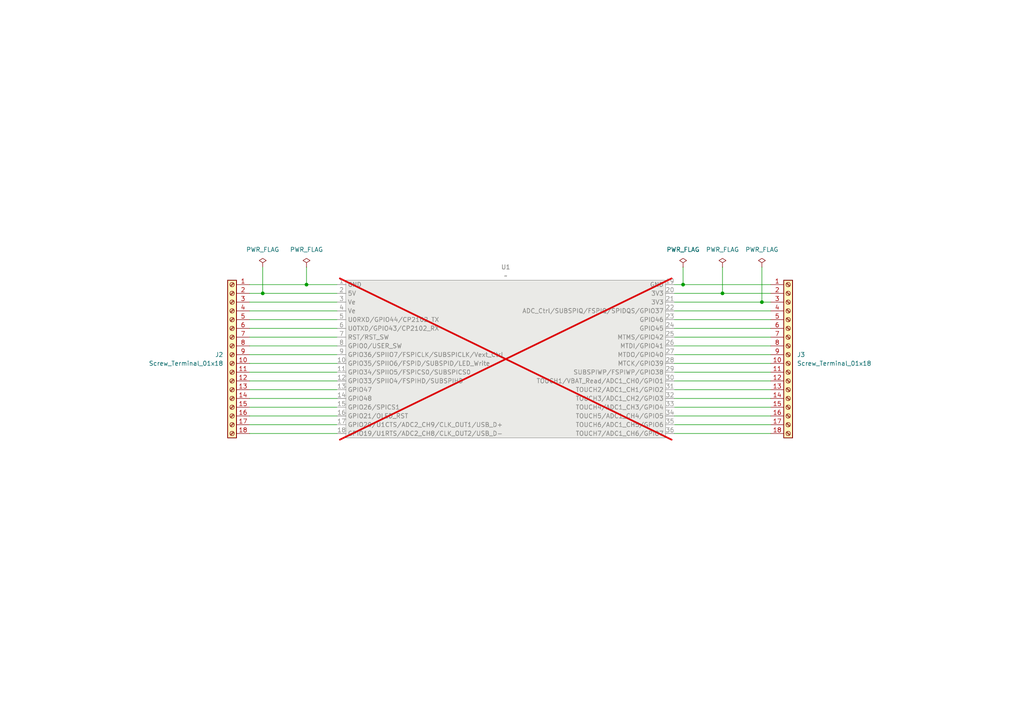
<source format=kicad_sch>
(kicad_sch (version 20250114) (generator "eeschema") (generator_version "9.0")
  (paper "A4")
  (title_block (title "Breakout Board for Heltec WiFi LoRa 32 V3") (date "2025-05-26") (rev "v0.1.0") (company "AgroTechLab (Laboratory for the Development of Agribusiness Technologies)") (comment 1 "IFSC (Federal Institute of Santa Catarina)") (comment 2 "Author: Robson Costa (robson.costa@ifsc.edu.br)") (comment 3 "Licenced under CC-BY-SA 4.0") (comment 4 "Heltec WiFi LoRa 32 V3"))
  (lib_symbols
    (symbol "AgroTechLab:Heltec WiFi LoRa 32 V3"
      (property "Reference" "U" (at -46.482 24.638 0))
      (symbol "Heltec WiFi LoRa 32 V3_1_1"
        (rectangle (start -46.99 22.86) (end 45.72 -22.86) (fill (type background)))
        (pin power_in line (at -49.53 21.59 0) (length 2.54) (name "GND") (number "1"))
        (pin power_in line (at -49.53 19.05 0) (length 2.54) (name "5V") (number "2"))
        (pin power_out line (at -49.53 16.51 0) (length 2.54) (name "Ve") (number "3"))
        (pin power_out line (at -49.53 13.97 0) (length 2.54) (name "Ve") (number "4"))
        (pin bidirectional line (at -49.53 11.43 0) (length 2.54) (name "U0RXD/GPIO44/CP2102_TX") (number "5"))
        (pin bidirectional line (at -49.53 8.89 0) (length 2.54) (name "U0TXD/GPIO43/CP2102_RX") (number "6"))
        (pin input line (at -49.53 6.35 0) (length 2.54) (name "RST/RST_SW") (number "7"))
        (pin bidirectional line (at -49.53 3.81 0) (length 2.54) (name "GPIO0/USER_SW") (number "8"))
        (pin bidirectional line (at -49.53 1.27 0) (length 2.54) (name "GPIO36/SPIIO7/FSPICLK/SUBSPICLK/Vext_Ctrl") (number "9"))
        (pin bidirectional line (at -49.53 -1.27 0) (length 2.54) (name "GPIO35/SPIIO6/FSPID/SUBSPID/LED_Write") (number "10"))
        (pin bidirectional line (at -49.53 -3.81 0) (length 2.54) (name "GPIO34/SPIIO5/FSPICS0/SUBSPICS0") (number "11"))
        (pin bidirectional line (at -49.53 -6.35 0) (length 2.54) (name "GPIO33/SPIIO4/FSPIHD/SUBSPIHD") (number "12"))
        (pin bidirectional line (at -49.53 -8.89 0) (length 2.54) (name "GPIO47") (number "13"))
        (pin bidirectional line (at -49.53 -11.43 0) (length 2.54) (name "GPIO48") (number "14"))
        (pin bidirectional line (at -49.53 -13.97 0) (length 2.54) (name "GPIO26/SPICS1") (number "15"))
        (pin bidirectional line (at -49.53 -16.51 0) (length 2.54) (name "GPIO21/OLED_RST") (number "16"))
        (pin bidirectional line (at -49.53 -19.05 0) (length 2.54) (name "GPIO20/U1CTS/ADC2_CH9/CLK_OUT1/USB_D+") (number "17"))
        (pin bidirectional line (at -49.53 -21.59 0) (length 2.54) (name "GPIO19/U1RTS/ADC2_CH8/CLK_OUT2/USB_D-") (number "18"))
        (pin power_in line (at 48.26 21.59 180) (length 2.54) (name "GND") (number "19"))
        (pin power_in line (at 48.26 19.05 180) (length 2.54) (name "3V3") (number "20"))
        (pin power_in line (at 48.26 16.51 180) (length 2.54) (name "3V3") (number "21"))
        (pin bidirectional line (at 48.26 13.97 180) (length 2.54) (name "ADC_Ctrl/SUBSPIQ/FSPIQ/SPIDQS/GPIO37") (number "22"))
        (pin bidirectional line (at 48.26 11.43 180) (length 2.54) (name "GPIO46") (number "23"))
        (pin bidirectional line (at 48.26 8.89 180) (length 2.54) (name "GPIO45") (number "24"))
        (pin bidirectional line (at 48.26 6.35 180) (length 2.54) (name "MTMS/GPIO42") (number "25"))
        (pin bidirectional line (at 48.26 3.81 180) (length 2.54) (name "MTDI/GPIO41") (number "26"))
        (pin bidirectional line (at 48.26 1.27 180) (length 2.54) (name "MTDO/GPIO40") (number "27"))
        (pin bidirectional line (at 48.26 -1.27 180) (length 2.54) (name "MTCK/GPIO39") (number "28"))
        (pin bidirectional line (at 48.26 -3.81 180) (length 2.54) (name "SUBSPIWP/FSPIWP/GPIO38") (number "29"))
        (pin bidirectional line (at 48.26 -6.35 180) (length 2.54) (name "TOUCH1/VBAT_Read/ADC1_CH0/GPIO1") (number "30"))
        (pin bidirectional line (at 48.26 -8.89 180) (length 2.54) (name "TOUCH2/ADC1_CH1/GPIO2") (number "31"))
        (pin bidirectional line (at 48.26 -11.43 180) (length 2.54) (name "TOUCH3/ADC1_CH2/GPIO3") (number "32"))
        (pin bidirectional line (at 48.26 -13.97 180) (length 2.54) (name "TOUCH4/ADC1_CH3/GPIO4") (number "33"))
        (pin bidirectional line (at 48.26 -16.51 180) (length 2.54) (name "TOUCH5/ADC1_CH4/GPIO5") (number "34"))
        (pin bidirectional line (at 48.26 -19.05 180) (length 2.54) (name "TOUCH6/ADC1_CH5/GPIO6") (number "35"))
        (pin bidirectional line (at 48.26 -21.59 180) (length 2.54) (name "TOUCH7/ADC1_CH6/GPIO7") (number "36"))
      )
    )
    (symbol "Connector:Screw_Terminal_01x18" (pin_names (offset 1.016) (hide yes))
      (property "Reference" "J" (at 0 22.86 0))
      (property "Value" "Screw_Terminal_01x18" (at 0 -25.4 0))
      (symbol "Screw_Terminal_01x18_1_1"
        (rectangle (start -1.27 21.59) (end 1.27 -24.13) (stroke (width 0.254)) (fill (type background)))
        (polyline (pts (xy -0.5334 20.6502) (xy 0.3302 19.812)) (stroke (width 0.1524)))
        (polyline (pts (xy -0.5334 18.1102) (xy 0.3302 17.272)) (stroke (width 0.1524)))
        (polyline (pts (xy -0.5334 15.5702) (xy 0.3302 14.732)) (stroke (width 0.1524)))
        (polyline (pts (xy -0.5334 13.0302) (xy 0.3302 12.192)) (stroke (width 0.1524)))
        (polyline (pts (xy -0.5334 10.4902) (xy 0.3302 9.652)) (stroke (width 0.1524)))
        (polyline (pts (xy -0.5334 7.9502) (xy 0.3302 7.112)) (stroke (width 0.1524)))
        (polyline (pts (xy -0.5334 5.4102) (xy 0.3302 4.572)) (stroke (width 0.1524)))
        (polyline (pts (xy -0.5334 2.8702) (xy 0.3302 2.032)) (stroke (width 0.1524)))
        (polyline (pts (xy -0.5334 0.3302) (xy 0.3302 -0.508)) (stroke (width 0.1524)))
        (polyline (pts (xy -0.5334 -2.2098) (xy 0.3302 -3.048)) (stroke (width 0.1524)))
        (polyline (pts (xy -0.5334 -4.7498) (xy 0.3302 -5.588)) (stroke (width 0.1524)))
        (polyline (pts (xy -0.5334 -7.2898) (xy 0.3302 -8.128)) (stroke (width 0.1524)))
        (polyline (pts (xy -0.5334 -9.8298) (xy 0.3302 -10.668)) (stroke (width 0.1524)))
        (polyline (pts (xy -0.5334 -12.3698) (xy 0.3302 -13.208)) (stroke (width 0.1524)))
        (polyline (pts (xy -0.5334 -14.9098) (xy 0.3302 -15.748)) (stroke (width 0.1524)))
        (polyline (pts (xy -0.5334 -17.4498) (xy 0.3302 -18.288)) (stroke (width 0.1524)))
        (polyline (pts (xy -0.5334 -19.9898) (xy 0.3302 -20.828)) (stroke (width 0.1524)))
        (polyline (pts (xy -0.5334 -22.5298) (xy 0.3302 -23.368)) (stroke (width 0.1524)))
        (polyline (pts (xy -0.3556 20.828) (xy 0.508 19.9898)) (stroke (width 0.1524)))
        (polyline (pts (xy -0.3556 18.288) (xy 0.508 17.4498)) (stroke (width 0.1524)))
        (polyline (pts (xy -0.3556 15.748) (xy 0.508 14.9098)) (stroke (width 0.1524)))
        (polyline (pts (xy -0.3556 13.208) (xy 0.508 12.3698)) (stroke (width 0.1524)))
        (polyline (pts (xy -0.3556 10.668) (xy 0.508 9.8298)) (stroke (width 0.1524)))
        (polyline (pts (xy -0.3556 8.128) (xy 0.508 7.2898)) (stroke (width 0.1524)))
        (polyline (pts (xy -0.3556 5.588) (xy 0.508 4.7498)) (stroke (width 0.1524)))
        (polyline (pts (xy -0.3556 3.048) (xy 0.508 2.2098)) (stroke (width 0.1524)))
        (polyline (pts (xy -0.3556 0.508) (xy 0.508 -0.3302)) (stroke (width 0.1524)))
        (polyline (pts (xy -0.3556 -2.032) (xy 0.508 -2.8702)) (stroke (width 0.1524)))
        (polyline (pts (xy -0.3556 -4.572) (xy 0.508 -5.4102)) (stroke (width 0.1524)))
        (polyline (pts (xy -0.3556 -7.112) (xy 0.508 -7.9502)) (stroke (width 0.1524)))
        (polyline (pts (xy -0.3556 -9.652) (xy 0.508 -10.4902)) (stroke (width 0.1524)))
        (polyline (pts (xy -0.3556 -12.192) (xy 0.508 -13.0302)) (stroke (width 0.1524)))
        (polyline (pts (xy -0.3556 -14.732) (xy 0.508 -15.5702)) (stroke (width 0.1524)))
        (polyline (pts (xy -0.3556 -17.272) (xy 0.508 -18.1102)) (stroke (width 0.1524)))
        (polyline (pts (xy -0.3556 -19.812) (xy 0.508 -20.6502)) (stroke (width 0.1524)))
        (polyline (pts (xy -0.3556 -22.352) (xy 0.508 -23.1902)) (stroke (width 0.1524)))
        (circle (center 0 20.32) (radius 0.635) (stroke (width 0.1524)))
        (circle (center 0 17.78) (radius 0.635) (stroke (width 0.1524)))
        (circle (center 0 15.24) (radius 0.635) (stroke (width 0.1524)))
        (circle (center 0 12.7) (radius 0.635) (stroke (width 0.1524)))
        (circle (center 0 10.16) (radius 0.635) (stroke (width 0.1524)))
        (circle (center 0 7.62) (radius 0.635) (stroke (width 0.1524)))
        (circle (center 0 5.08) (radius 0.635) (stroke (width 0.1524)))
        (circle (center 0 2.54) (radius 0.635) (stroke (width 0.1524)))
        (circle (center 0 0) (radius 0.635) (stroke (width 0.1524)))
        (circle (center 0 -2.54) (radius 0.635) (stroke (width 0.1524)))
        (circle (center 0 -5.08) (radius 0.635) (stroke (width 0.1524)))
        (circle (center 0 -7.62) (radius 0.635) (stroke (width 0.1524)))
        (circle (center 0 -10.16) (radius 0.635) (stroke (width 0.1524)))
        (circle (center 0 -12.7) (radius 0.635) (stroke (width 0.1524)))
        (circle (center 0 -15.24) (radius 0.635) (stroke (width 0.1524)))
        (circle (center 0 -17.78) (radius 0.635) (stroke (width 0.1524)))
        (circle (center 0 -20.32) (radius 0.635) (stroke (width 0.1524)))
        (circle (center 0 -22.86) (radius 0.635) (stroke (width 0.1524)))
        (pin passive line (at -5.08 20.32 0) (length 3.81) (name "Pin_1") (number "1"))
        (pin passive line (at -5.08 17.78 0) (length 3.81) (name "Pin_2") (number "2"))
        (pin passive line (at -5.08 15.24 0) (length 3.81) (name "Pin_3") (number "3"))
        (pin passive line (at -5.08 12.7 0) (length 3.81) (name "Pin_4") (number "4"))
        (pin passive line (at -5.08 10.16 0) (length 3.81) (name "Pin_5") (number "5"))
        (pin passive line (at -5.08 7.62 0) (length 3.81) (name "Pin_6") (number "6"))
        (pin passive line (at -5.08 5.08 0) (length 3.81) (name "Pin_7") (number "7"))
        (pin passive line (at -5.08 2.54 0) (length 3.81) (name "Pin_8") (number "8"))
        (pin passive line (at -5.08 0 0) (length 3.81) (name "Pin_9") (number "9"))
        (pin passive line (at -5.08 -2.54 0) (length 3.81) (name "Pin_10") (number "10"))
        (pin passive line (at -5.08 -5.08 0) (length 3.81) (name "Pin_11") (number "11"))
        (pin passive line (at -5.08 -7.62 0) (length 3.81) (name "Pin_12") (number "12"))
        (pin passive line (at -5.08 -10.16 0) (length 3.81) (name "Pin_13") (number "13"))
        (pin passive line (at -5.08 -12.7 0) (length 3.81) (name "Pin_14") (number "14"))
        (pin passive line (at -5.08 -15.24 0) (length 3.81) (name "Pin_15") (number "15"))
        (pin passive line (at -5.08 -17.78 0) (length 3.81) (name "Pin_16") (number "16"))
        (pin passive line (at -5.08 -20.32 0) (length 3.81) (name "Pin_17") (number "17"))
        (pin passive line (at -5.08 -22.86 0) (length 3.81) (name "Pin_18") (number "18"))
      )
    )
    (symbol "power:PWR_FLAG" (power) (pin_numbers (hide yes)) (pin_names (offset 0) (hide yes))
      (property "Value" "PWR_FLAG" (at 0 3.81 0))
      (symbol "PWR_FLAG_0_0"
        (pin power_out line (at 0 0 90) (length 0) (name "~") (number "1"))
      )
      (symbol "PWR_FLAG_0_1"
        (polyline (pts (xy 0 0) (xy 0 1.27) (xy -1.016 1.905) (xy 0 2.54) (xy 1.016 1.905) (xy 0 1.27)))
      )
    )
  )
  (junction (at 209.55 85.09))
  (junction (at 76.2 85.09))
  (junction (at 88.9 82.55))
  (junction (at 220.98 87.63))
  (junction (at 198.12 82.55))
  (wire (pts (xy 195.58 113.03) (xy 223.52 113.03)))
  (wire (pts (xy 209.55 77.47) (xy 209.55 85.09)))
  (wire (pts (xy 195.58 107.95) (xy 223.52 107.95)))
  (wire (pts (xy 195.58 123.19) (xy 223.52 123.19)))
  (wire (pts (xy 72.39 92.71) (xy 97.79 92.71)))
  (wire (pts (xy 72.39 107.95) (xy 97.79 107.95)))
  (wire (pts (xy 72.39 110.49) (xy 97.79 110.49)))
  (wire (pts (xy 220.98 77.47) (xy 220.98 87.63)))
  (wire (pts (xy 72.39 125.73) (xy 97.79 125.73)))
  (wire (pts (xy 195.58 115.57) (xy 223.52 115.57)))
  (wire (pts (xy 195.58 100.33) (xy 223.52 100.33)))
  (wire (pts (xy 72.39 97.79) (xy 97.79 97.79)))
  (wire (pts (xy 198.12 82.55) (xy 223.52 82.55)))
  (wire (pts (xy 195.58 125.73) (xy 223.52 125.73)))
  (wire (pts (xy 72.39 102.87) (xy 97.79 102.87)))
  (wire (pts (xy 195.58 120.65) (xy 223.52 120.65)))
  (wire (pts (xy 72.39 120.65) (xy 97.79 120.65)))
  (wire (pts (xy 195.58 92.71) (xy 223.52 92.71)))
  (wire (pts (xy 72.39 100.33) (xy 97.79 100.33)))
  (wire (pts (xy 72.39 113.03) (xy 97.79 113.03)))
  (wire (pts (xy 195.58 105.41) (xy 223.52 105.41)))
  (wire (pts (xy 72.39 95.25) (xy 97.79 95.25)))
  (wire (pts (xy 72.39 105.41) (xy 97.79 105.41)))
  (wire (pts (xy 195.58 85.09) (xy 209.55 85.09)))
  (wire (pts (xy 220.98 87.63) (xy 223.52 87.63)))
  (wire (pts (xy 195.58 82.55) (xy 198.12 82.55)))
  (wire (pts (xy 195.58 90.17) (xy 223.52 90.17)))
  (wire (pts (xy 72.39 123.19) (xy 97.79 123.19)))
  (wire (pts (xy 195.58 118.11) (xy 223.52 118.11)))
  (wire (pts (xy 88.9 82.55) (xy 97.79 82.55)))
  (wire (pts (xy 76.2 85.09) (xy 97.79 85.09)))
  (wire (pts (xy 198.12 77.47) (xy 198.12 82.55)))
  (wire (pts (xy 195.58 110.49) (xy 223.52 110.49)))
  (wire (pts (xy 195.58 95.25) (xy 223.52 95.25)))
  (wire (pts (xy 88.9 77.47) (xy 88.9 82.55)))
  (wire (pts (xy 76.2 77.47) (xy 76.2 85.09)))
  (wire (pts (xy 195.58 102.87) (xy 223.52 102.87)))
  (wire (pts (xy 72.39 85.09) (xy 76.2 85.09)))
  (wire (pts (xy 72.39 90.17) (xy 97.79 90.17)))
  (wire (pts (xy 195.58 87.63) (xy 220.98 87.63)))
  (wire (pts (xy 72.39 87.63) (xy 97.79 87.63)))
  (wire (pts (xy 72.39 82.55) (xy 88.9 82.55)))
  (wire (pts (xy 209.55 85.09) (xy 223.52 85.09)))
  (wire (pts (xy 72.39 115.57) (xy 97.79 115.57)))
  (wire (pts (xy 195.58 97.79) (xy 223.52 97.79)))
  (wire (pts (xy 72.39 118.11) (xy 97.79 118.11)))
  (symbol (lib_id "AgroTechLab:Heltec WiFi LoRa 32 V3") (at 147.32 104.14 0) (unit 1) (dnp yes)
    (property "Reference" "U1" (at 146.685 77.47 0))
    (property "Value" "~" (at 146.685 80.01 0))
    (property "Footprint" "AgroTechLab:Heltec WiFi LoRa 32 V3" (effects (hide yes)))
    (property "Description" "Heltec WiFi LoRa 32 V3" (effects (hide yes)))
  )
  (symbol (lib_id "power:PWR_FLAG") (at 76.2 77.47 0) (unit 1)
    (property "Reference" "#FLG02" (effects (hide yes)))
    (property "Value" "PWR_FLAG" (at 76.2 72.39 0))
    (property "Description" "Special symbol for telling ERC where power comes from" (effects (hide yes)))
  )
  (symbol (lib_id "power:PWR_FLAG") (at 198.12 77.47 0) (unit 1)
    (property "Reference" "#FLG03" (effects (hide yes)))
    (property "Value" "PWR_FLAG" (at 198.12 72.39 0))
    (property "Description" "Special symbol for telling ERC where power comes from" (effects (hide yes)))
  )
  (symbol (lib_id "power:PWR_FLAG") (at 88.9 77.47 0) (unit 1)
    (property "Reference" "#FLG01" (effects (hide yes)))
    (property "Value" "PWR_FLAG" (at 88.9 72.39 0))
    (property "Description" "Special symbol for telling ERC where power comes from" (effects (hide yes)))
  )
  (symbol (lib_id "Connector:Screw_Terminal_01x18") (at 67.31 102.87 0) (mirror y) (unit 1)
    (property "Reference" "J2" (at 64.77 102.8699 0) (effects (justify left)))
    (property "Value" "Screw_Terminal_01x18" (at 64.77 105.4099 0) (effects (justify left)))
    (property "Footprint" "AgroTechLab:TE_1-282856-8" (effects (hide yes)))
    (property "Description" "Generic screw terminal, single row, 01x18, script generated (kicad-library-utils/schlib/autogen/connector/)" (effects (hide yes)))
  )
  (symbol (lib_id "power:PWR_FLAG") (at 209.55 77.47 0) (unit 1)
    (property "Reference" "#FLG04" (effects (hide yes)))
    (property "Value" "PWR_FLAG" (at 209.55 72.39 0))
    (property "Description" "Special symbol for telling ERC where power comes from" (effects (hide yes)))
  )
  (symbol (lib_id "Connector:Screw_Terminal_01x18") (at 228.6 102.87 0) (unit 1)
    (property "Reference" "J3" (at 231.14 102.8699 0) (effects (justify left)))
    (property "Value" "Screw_Terminal_01x18" (at 231.14 105.4099 0) (effects (justify left)))
    (property "Footprint" "AgroTechLab:TE_1-282856-8" (effects (hide yes)))
    (property "Description" "Generic screw terminal, single row, 01x18, script generated (kicad-library-utils/schlib/autogen/connector/)" (effects (hide yes)))
  )
  (symbol (lib_id "power:PWR_FLAG") (at 220.98 77.47 0) (unit 1)
    (property "Reference" "#FLG05" (effects (hide yes)))
    (property "Value" "PWR_FLAG" (at 220.98 72.39 0))
    (property "Description" "Special symbol for telling ERC where power comes from" (effects (hide yes)))
  )
)
</source>
